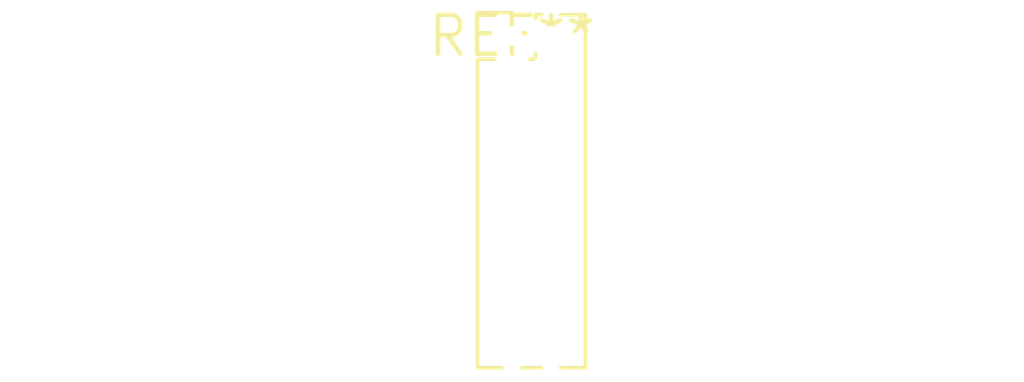
<source format=kicad_pcb>
(kicad_pcb (version 20240108) (generator pcbnew)
  (layers (0 "F.Cu" signal) (31 "B.Cu" signal) (34 "B.Paste" user) (35 "F.Paste" user) (36 "B.SilkS" user "B.Silkscreen") (37 "F.SilkS" user "F.Silkscreen") (38 "B.Mask" user) (39 "F.Mask" user) (44 "Edge.Cuts" user))
  (net 0 "")
  (footprint "PinHeader_2x09_P1.27mm_Vertical" (layer "F.Cu") (at 0 0)
    (property "Reference" "REF**")
    (property "Value" "PinHeader_2x09_P1.27mm_Vertical")
    (fp_line (start -1.13 -0.76) (end 0 -0.76) (layer "F.SilkS") (stroke (width 0.12)))
    (fp_line (start -1.13 0) (end -1.13 -0.76) (layer "F.SilkS") (stroke (width 0.12)))
    (fp_line (start -1.13 0.76) (end -1.13 10.855) (layer "F.SilkS") (stroke (width 0.12)))
    (fp_line (start -1.13 0.76) (end -0.563471 0.76) (layer "F.SilkS") (stroke (width 0.12)))
    (fp_line (start -1.13 10.855) (end -0.30753 10.855) (layer "F.SilkS") (stroke (width 0.12)))
    (fp_line (start 0.30753 10.855) (end 0.96247 10.855) (layer "F.SilkS") (stroke (width 0.12)))
    (fp_line (start 0.563471 0.76) (end 0.706529 0.76) (layer "F.SilkS") (stroke (width 0.12)))
    (fp_line (start 0.76 -0.695) (end 0.96247 -0.695) (layer "F.SilkS") (stroke (width 0.12)))
    (fp_line (start 0.76 -0.563471) (end 0.76 -0.695) (layer "F.SilkS") (stroke (width 0.12)))
    (fp_line (start 0.76 0.706529) (end 0.76 0.563471) (layer "F.SilkS") (stroke (width 0.12)))
    (fp_line (start 1.57753 -0.695) (end 2.4 -0.695) (layer "F.SilkS") (stroke (width 0.12)))
    (fp_line (start 1.57753 10.855) (end 2.4 10.855) (layer "F.SilkS") (stroke (width 0.12)))
    (fp_line (start 2.4 -0.695) (end 2.4 10.855) (layer "F.SilkS") (stroke (width 0.12)))
    (pad "1" thru_hole rect (at 0 0) (size 1 1) (drill 0.65) (layers *.Cu *.Mask) (remove_unused_layers))
    (pad "2" thru_hole oval (at 1.27 0) (size 1 1) (drill 0.65) (layers *.Cu *.Mask) (remove_unused_layers))
    (pad "3" thru_hole oval (at 0 1.27) (size 1 1) (drill 0.65) (layers *.Cu *.Mask) (remove_unused_layers))
    (pad "4" thru_hole oval (at 1.27 1.27) (size 1 1) (drill 0.65) (layers *.Cu *.Mask) (remove_unused_layers))
    (pad "5" thru_hole oval (at 0 2.54) (size 1 1) (drill 0.65) (layers *.Cu *.Mask) (remove_unused_layers))
    (pad "6" thru_hole oval (at 1.27 2.54) (size 1 1) (drill 0.65) (layers *.Cu *.Mask) (remove_unused_layers))
    (pad "7" thru_hole oval (at 0 3.81) (size 1 1) (drill 0.65) (layers *.Cu *.Mask) (remove_unused_layers))
    (pad "8" thru_hole oval (at 1.27 3.81) (size 1 1) (drill 0.65) (layers *.Cu *.Mask) (remove_unused_layers))
    (pad "9" thru_hole oval (at 0 5.08) (size 1 1) (drill 0.65) (layers *.Cu *.Mask) (remove_unused_layers))
    (pad "10" thru_hole oval (at 1.27 5.08) (size 1 1) (drill 0.65) (layers *.Cu *.Mask) (remove_unused_layers))
    (pad "11" thru_hole oval (at 0 6.35) (size 1 1) (drill 0.65) (layers *.Cu *.Mask) (remove_unused_layers))
    (pad "12" thru_hole oval (at 1.27 6.35) (size 1 1) (drill 0.65) (layers *.Cu *.Mask) (remove_unused_layers))
    (pad "13" thru_hole oval (at 0 7.62) (size 1 1) (drill 0.65) (layers *.Cu *.Mask) (remove_unused_layers))
    (pad "14" thru_hole oval (at 1.27 7.62) (size 1 1) (drill 0.65) (layers *.Cu *.Mask) (remove_unused_layers))
    (pad "15" thru_hole oval (at 0 8.89) (size 1 1) (drill 0.65) (layers *.Cu *.Mask) (remove_unused_layers))
    (pad "16" thru_hole oval (at 1.27 8.89) (size 1 1) (drill 0.65) (layers *.Cu *.Mask) (remove_unused_layers))
    (pad "17" thru_hole oval (at 0 10.16) (size 1 1) (drill 0.65) (layers *.Cu *.Mask) (remove_unused_layers))
    (pad "18" thru_hole oval (at 1.27 10.16) (size 1 1) (drill 0.65) (layers *.Cu *.Mask) (remove_unused_layers))
  )
)
</source>
